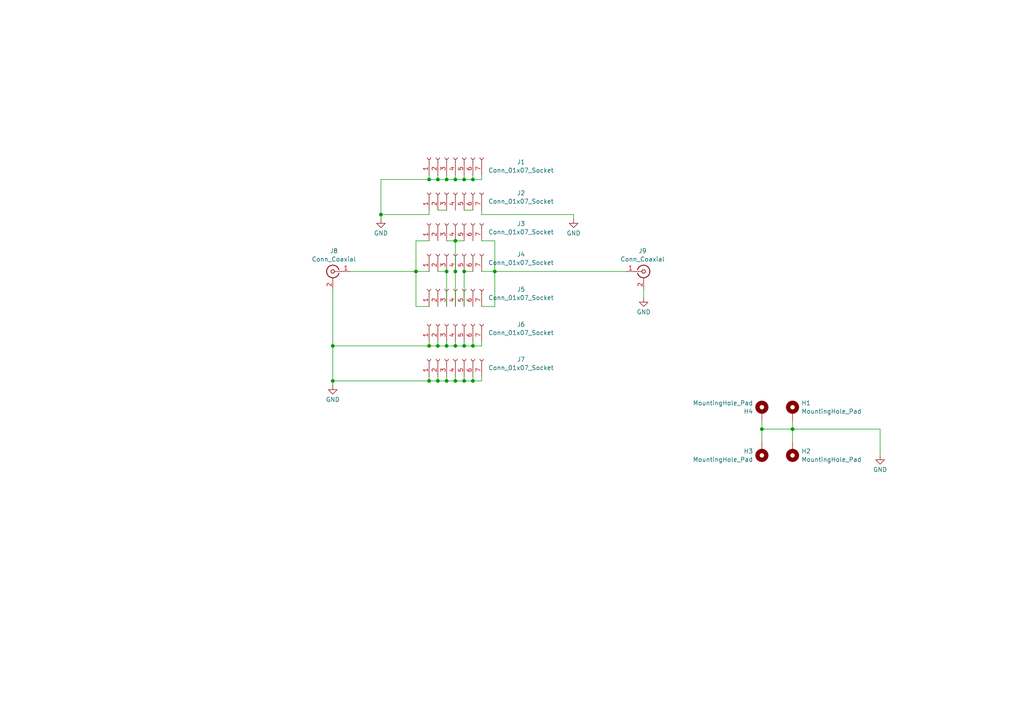
<source format=kicad_sch>
(kicad_sch (version 20230121) (generator eeschema)
  (paper "A4")
  (title_block (title "Testboard SDR-Kits") (date "2023-12-10") (rev "1") (company "DH1TW"))
  (lib_symbols
    (symbol "Connector:Conn_01x07_Socket" (pin_names (offset 1.016) hide)
      (property "Reference" "J" (at 0 10.16 0))
      (property "Value" "Conn_01x07_Socket" (at 0 -10.16 0))
      (symbol "Conn_01x07_Socket_1_1"
        (arc (start 0 -7.112) (mid -0.5058 -7.62) (end 0 -8.128) (stroke (width 0.1524)))
        (arc (start 0 -4.572) (mid -0.5058 -5.08) (end 0 -5.588) (stroke (width 0.1524)))
        (arc (start 0 -2.032) (mid -0.5058 -2.54) (end 0 -3.048) (stroke (width 0.1524)))
        (polyline (pts (xy -1.27 -7.62) (xy -0.508 -7.62)) (stroke (width 0.1524)))
        (polyline (pts (xy -1.27 -5.08) (xy -0.508 -5.08)) (stroke (width 0.1524)))
        (polyline (pts (xy -1.27 -2.54) (xy -0.508 -2.54)) (stroke (width 0.1524)))
        (polyline (pts (xy -1.27 0) (xy -0.508 0)) (stroke (width 0.1524)))
        (polyline (pts (xy -1.27 2.54) (xy -0.508 2.54)) (stroke (width 0.1524)))
        (polyline (pts (xy -1.27 5.08) (xy -0.508 5.08)) (stroke (width 0.1524)))
        (polyline (pts (xy -1.27 7.62) (xy -0.508 7.62)) (stroke (width 0.1524)))
        (arc (start 0 0.508) (mid -0.5058 0) (end 0 -0.508) (stroke (width 0.1524)))
        (arc (start 0 3.048) (mid -0.5058 2.54) (end 0 2.032) (stroke (width 0.1524)))
        (arc (start 0 5.588) (mid -0.5058 5.08) (end 0 4.572) (stroke (width 0.1524)))
        (arc (start 0 8.128) (mid -0.5058 7.62) (end 0 7.112) (stroke (width 0.1524)))
        (pin passive line (at -5.08 7.62 0) (length 3.81) (name "Pin_1") (number "1"))
        (pin passive line (at -5.08 5.08 0) (length 3.81) (name "Pin_2") (number "2"))
        (pin passive line (at -5.08 2.54 0) (length 3.81) (name "Pin_3") (number "3"))
        (pin passive line (at -5.08 0 0) (length 3.81) (name "Pin_4") (number "4"))
        (pin passive line (at -5.08 -2.54 0) (length 3.81) (name "Pin_5") (number "5"))
        (pin passive line (at -5.08 -5.08 0) (length 3.81) (name "Pin_6") (number "6"))
        (pin passive line (at -5.08 -7.62 0) (length 3.81) (name "Pin_7") (number "7"))
      )
    )
    (symbol "Connector:Conn_Coaxial" (pin_names (offset 1.016) hide)
      (property "Reference" "J" (at 0.254 3.048 0))
      (property "Value" "Conn_Coaxial" (at 2.921 0 90))
      (symbol "Conn_Coaxial_0_1"
        (arc (start -1.778 -0.508) (mid 0.2311 -1.8066) (end 1.778 0) (stroke (width 0.254)))
        (polyline (pts (xy -2.54 0) (xy -0.508 0)))
        (polyline (pts (xy 0 -2.54) (xy 0 -1.778)))
        (circle (center 0 0) (radius 0.508) (stroke (width 0.2032)))
        (arc (start 1.778 0) (mid 0.2099 1.8101) (end -1.778 0.508) (stroke (width 0.254)))
      )
      (symbol "Conn_Coaxial_1_1"
        (pin passive line (at -5.08 0 0) (length 2.54) (name "In") (number "1"))
        (pin passive line (at 0 -5.08 90) (length 2.54) (name "Ext") (number "2"))
      )
    )
    (symbol "Mechanical:MountingHole_Pad" (pin_numbers hide) (pin_names (offset 1.016) hide)
      (property "Reference" "H" (at 0 6.35 0))
      (property "Value" "MountingHole_Pad" (at 0 4.445 0))
      (symbol "MountingHole_Pad_0_1"
        (circle (center 0 1.27) (radius 1.27) (stroke (width 1.27)))
      )
      (symbol "MountingHole_Pad_1_1"
        (pin input line (at 0 -2.54 90) (length 2.54) (name "1") (number "1"))
      )
    )
    (symbol "power:GND" (power) (pin_names (offset 0))
      (property "Value" "GND" (at 0 -3.81 0))
      (symbol "GND_0_1"
        (polyline (pts (xy 0 0) (xy 0 -1.27) (xy 1.27 -1.27) (xy 0 -2.54) (xy -1.27 -1.27) (xy 0 -1.27)))
      )
      (symbol "GND_1_1"
        (pin power_in line (at 0 0 270) (length 0) hide (name "GND") (number "1"))
      )
    )
  )
  (junction (at 134.62 52.07))
  (junction (at 127 52.07))
  (junction (at 129.54 78.74))
  (junction (at 127 100.33))
  (junction (at 132.08 69.85))
  (junction (at 110.49 62.23))
  (junction (at 129.54 52.07))
  (junction (at 137.16 100.33))
  (junction (at 229.87 124.46))
  (junction (at 124.46 110.49))
  (junction (at 132.08 78.74))
  (junction (at 132.08 110.49))
  (junction (at 134.62 100.33))
  (junction (at 96.52 110.49))
  (junction (at 137.16 52.07))
  (junction (at 134.62 78.74))
  (junction (at 132.08 52.07))
  (junction (at 124.46 100.33))
  (junction (at 132.08 100.33))
  (junction (at 120.65 78.74))
  (junction (at 220.98 124.46))
  (junction (at 137.16 110.49))
  (junction (at 129.54 100.33))
  (junction (at 124.46 52.07))
  (junction (at 96.52 100.33))
  (junction (at 129.54 110.49))
  (junction (at 143.51 78.74))
  (junction (at 127 110.49))
  (junction (at 134.62 110.49))
  (wire (pts (xy 143.51 78.74) (xy 181.61 78.74)))
  (wire (pts (xy 139.7 52.07) (xy 137.16 52.07)))
  (wire (pts (xy 124.46 99.06) (xy 124.46 100.33)))
  (wire (pts (xy 137.16 109.22) (xy 137.16 110.49)))
  (wire (pts (xy 220.98 124.46) (xy 220.98 128.27)))
  (wire (pts (xy 143.51 88.9) (xy 139.7 88.9)))
  (wire (pts (xy 139.7 62.23) (xy 166.37 62.23)))
  (wire (pts (xy 132.08 78.74) (xy 132.08 88.9)))
  (wire (pts (xy 166.37 62.23) (xy 166.37 63.5)))
  (wire (pts (xy 127 52.07) (xy 124.46 52.07)))
  (wire (pts (xy 139.7 50.8) (xy 139.7 52.07)))
  (wire (pts (xy 124.46 60.96) (xy 124.46 62.23)))
  (wire (pts (xy 110.49 62.23) (xy 110.49 63.5)))
  (wire (pts (xy 139.7 78.74) (xy 143.51 78.74)))
  (wire (pts (xy 220.98 121.92) (xy 220.98 124.46)))
  (wire (pts (xy 137.16 52.07) (xy 134.62 52.07)))
  (wire (pts (xy 124.46 109.22) (xy 124.46 110.49)))
  (wire (pts (xy 132.08 99.06) (xy 132.08 100.33)))
  (wire (pts (xy 127 60.96) (xy 129.54 60.96)))
  (wire (pts (xy 124.46 100.33) (xy 96.52 100.33)))
  (wire (pts (xy 129.54 99.06) (xy 129.54 100.33)))
  (wire (pts (xy 124.46 69.85) (xy 120.65 69.85)))
  (wire (pts (xy 129.54 50.8) (xy 129.54 52.07)))
  (wire (pts (xy 120.65 69.85) (xy 120.65 78.74)))
  (wire (pts (xy 96.52 100.33) (xy 96.52 110.49)))
  (wire (pts (xy 129.54 69.85) (xy 132.08 69.85)))
  (wire (pts (xy 139.7 100.33) (xy 137.16 100.33)))
  (wire (pts (xy 137.16 100.33) (xy 134.62 100.33)))
  (wire (pts (xy 110.49 52.07) (xy 110.49 62.23)))
  (wire (pts (xy 110.49 62.23) (xy 124.46 62.23)))
  (wire (pts (xy 229.87 124.46) (xy 229.87 128.27)))
  (wire (pts (xy 129.54 109.22) (xy 129.54 110.49)))
  (wire (pts (xy 134.62 60.96) (xy 137.16 60.96)))
  (wire (pts (xy 120.65 88.9) (xy 124.46 88.9)))
  (wire (pts (xy 134.62 50.8) (xy 134.62 52.07)))
  (wire (pts (xy 132.08 69.85) (xy 132.08 78.74)))
  (wire (pts (xy 124.46 50.8) (xy 124.46 52.07)))
  (wire (pts (xy 132.08 100.33) (xy 129.54 100.33)))
  (wire (pts (xy 134.62 99.06) (xy 134.62 100.33)))
  (wire (pts (xy 134.62 78.74) (xy 137.16 78.74)))
  (wire (pts (xy 120.65 78.74) (xy 124.46 78.74)))
  (wire (pts (xy 139.7 109.22) (xy 139.7 110.49)))
  (wire (pts (xy 127 50.8) (xy 127 52.07)))
  (wire (pts (xy 143.51 78.74) (xy 143.51 88.9)))
  (wire (pts (xy 129.54 78.74) (xy 129.54 88.9)))
  (wire (pts (xy 137.16 50.8) (xy 137.16 52.07)))
  (wire (pts (xy 132.08 52.07) (xy 129.54 52.07)))
  (wire (pts (xy 139.7 69.85) (xy 143.51 69.85)))
  (wire (pts (xy 137.16 99.06) (xy 137.16 100.33)))
  (wire (pts (xy 132.08 50.8) (xy 132.08 52.07)))
  (wire (pts (xy 132.08 109.22) (xy 132.08 110.49)))
  (wire (pts (xy 229.87 121.92) (xy 229.87 124.46)))
  (wire (pts (xy 127 100.33) (xy 124.46 100.33)))
  (wire (pts (xy 129.54 110.49) (xy 127 110.49)))
  (wire (pts (xy 134.62 109.22) (xy 134.62 110.49)))
  (wire (pts (xy 134.62 78.74) (xy 134.62 88.9)))
  (wire (pts (xy 96.52 83.82) (xy 96.52 100.33)))
  (wire (pts (xy 129.54 100.33) (xy 127 100.33)))
  (wire (pts (xy 255.27 124.46) (xy 229.87 124.46)))
  (wire (pts (xy 134.62 52.07) (xy 132.08 52.07)))
  (wire (pts (xy 139.7 99.06) (xy 139.7 100.33)))
  (wire (pts (xy 255.27 132.08) (xy 255.27 124.46)))
  (wire (pts (xy 96.52 110.49) (xy 96.52 111.76)))
  (wire (pts (xy 186.69 83.82) (xy 186.69 86.36)))
  (wire (pts (xy 124.46 52.07) (xy 110.49 52.07)))
  (wire (pts (xy 137.16 110.49) (xy 134.62 110.49)))
  (wire (pts (xy 132.08 110.49) (xy 129.54 110.49)))
  (wire (pts (xy 229.87 124.46) (xy 220.98 124.46)))
  (wire (pts (xy 134.62 100.33) (xy 132.08 100.33)))
  (wire (pts (xy 101.6 78.74) (xy 120.65 78.74)))
  (wire (pts (xy 129.54 52.07) (xy 127 52.07)))
  (wire (pts (xy 139.7 60.96) (xy 139.7 62.23)))
  (wire (pts (xy 124.46 110.49) (xy 96.52 110.49)))
  (wire (pts (xy 134.62 110.49) (xy 132.08 110.49)))
  (wire (pts (xy 132.08 69.85) (xy 134.62 69.85)))
  (wire (pts (xy 127 110.49) (xy 124.46 110.49)))
  (wire (pts (xy 120.65 78.74) (xy 120.65 88.9)))
  (wire (pts (xy 127 78.74) (xy 129.54 78.74)))
  (wire (pts (xy 139.7 110.49) (xy 137.16 110.49)))
  (wire (pts (xy 143.51 69.85) (xy 143.51 78.74)))
  (wire (pts (xy 127 99.06) (xy 127 100.33)))
  (wire (pts (xy 127 109.22) (xy 127 110.49)))
  (symbol (lib_id "power:GND") (at 186.69 86.36 0) (unit 1)
    (property "Reference" "#PWR04" (effects hide))
    (property "Value" "GND" (at 186.69 90.4931 0))
  )
  (symbol (lib_id "Mechanical:MountingHole_Pad") (at 229.87 119.38 0) (unit 1)
    (property "Reference" "H1" (at 232.41 116.8979 0) (effects (justify left)))
    (property "Value" "MountingHole_Pad" (at 232.41 119.3221 0) (effects (justify left)))
    (property "Footprint" "MountingHole:MountingHole_3.2mm_M3_DIN965_Pad" (effects hide))
  )
  (symbol (lib_id "Mechanical:MountingHole_Pad") (at 229.87 130.81 180) (unit 1)
    (property "Reference" "H2" (at 232.41 130.8679 0) (effects (justify right)))
    (property "Value" "MountingHole_Pad" (at 232.41 133.2921 0) (effects (justify right)))
    (property "Footprint" "MountingHole:MountingHole_3.2mm_M3_DIN965_Pad" (effects hide))
  )
  (symbol (lib_id "Mechanical:MountingHole_Pad") (at 220.98 119.38 0) (unit 1)
    (property "Reference" "H4" (at 218.44 119.3221 0) (effects (justify right)))
    (property "Value" "MountingHole_Pad" (at 218.44 116.8979 0) (effects (justify right)))
    (property "Footprint" "MountingHole:MountingHole_3.2mm_M3_DIN965_Pad" (effects hide))
  )
  (symbol (lib_id "Connector:Conn_01x07_Socket") (at 132.08 104.14 90) (unit 1)
    (property "Reference" "J7" (at 151.13 104.2558 90))
    (property "Value" "Conn_01x07_Socket" (at 151.13 106.68 90))
    (property "Footprint" "Pin Header:PinSocket_1x07_P2.54mm_Vertical_SDR-Kits" (effects hide))
  )
  (symbol (lib_id "Connector:Conn_01x07_Socket") (at 132.08 73.66 90) (unit 1)
    (property "Reference" "J4" (at 151.13 73.7758 90))
    (property "Value" "Conn_01x07_Socket" (at 151.13 76.2 90))
    (property "Footprint" "Pin Header:PinSocket_1x07_P2.54mm_Vertical_SDR-Kits" (effects hide))
  )
  (symbol (lib_id "power:GND") (at 255.27 132.08 0) (unit 1)
    (property "Reference" "#PWR05" (effects hide))
    (property "Value" "GND" (at 255.27 136.2131 0))
  )
  (symbol (lib_id "Connector:Conn_01x07_Socket") (at 132.08 83.82 90) (unit 1)
    (property "Reference" "J5" (at 151.13 83.9358 90))
    (property "Value" "Conn_01x07_Socket" (at 151.13 86.36 90))
    (property "Footprint" "Pin Header:PinSocket_1x07_P2.54mm_Vertical_SDR-Kits" (effects hide))
  )
  (symbol (lib_id "Connector:Conn_Coaxial") (at 186.69 78.74 0) (unit 1)
    (property "Reference" "J9" (at 186.3726 72.7691 0))
    (property "Value" "Conn_Coaxial" (at 186.3726 75.1933 0))
    (property "Footprint" "Connector_Coaxial:SMA_Aliexpress_EdgeMount" (effects hide))
    (property "Datasheet" " ~" (effects hide))
  )
  (symbol (lib_id "Mechanical:MountingHole_Pad") (at 220.98 130.81 0) (mirror x) (unit 1)
    (property "Reference" "H3" (at 218.44 130.8679 0) (effects (justify right)))
    (property "Value" "MountingHole_Pad" (at 218.44 133.2921 0) (effects (justify right)))
    (property "Footprint" "MountingHole:MountingHole_3.2mm_M3_DIN965_Pad" (effects hide))
  )
  (symbol (lib_id "Connector:Conn_01x07_Socket") (at 132.08 45.72 90) (unit 1)
    (property "Reference" "J1" (at 151.13 46.99 90))
    (property "Value" "Conn_01x07_Socket" (at 151.13 49.4142 90))
    (property "Footprint" "Pin Header:PinSocket_1x07_P2.54mm_Vertical_SDR-Kits" (effects hide))
  )
  (symbol (lib_id "Connector:Conn_01x07_Socket") (at 132.08 93.98 90) (unit 1)
    (property "Reference" "J6" (at 151.13 94.0958 90))
    (property "Value" "Conn_01x07_Socket" (at 151.13 96.52 90))
    (property "Footprint" "Pin Header:PinSocket_1x07_P2.54mm_Vertical_SDR-Kits" (effects hide))
  )
  (symbol (lib_id "Connector:Conn_01x07_Socket") (at 132.08 64.77 90) (unit 1)
    (property "Reference" "J3" (at 151.13 64.8858 90))
    (property "Value" "Conn_01x07_Socket" (at 151.13 67.31 90))
    (property "Footprint" "Pin Header:PinSocket_1x07_P2.54mm_Vertical_SDR-Kits" (effects hide))
  )
  (symbol (lib_id "power:GND") (at 110.49 63.5 0) (unit 1)
    (property "Reference" "#PWR01" (effects hide))
    (property "Value" "GND" (at 110.49 67.6331 0))
  )
  (symbol (lib_id "power:GND") (at 96.52 111.76 0) (unit 1)
    (property "Reference" "#PWR02" (effects hide))
    (property "Value" "GND" (at 96.52 115.8931 0))
  )
  (symbol (lib_id "power:GND") (at 166.37 63.5 0) (unit 1)
    (property "Reference" "#PWR03" (effects hide))
    (property "Value" "GND" (at 166.37 67.6331 0))
  )
  (symbol (lib_id "Connector:Conn_01x07_Socket") (at 132.08 55.88 90) (unit 1)
    (property "Reference" "J2" (at 151.13 55.9958 90))
    (property "Value" "Conn_01x07_Socket" (at 151.13 58.42 90))
    (property "Footprint" "Pin Header:PinSocket_1x07_P2.54mm_Vertical_SDR-Kits" (effects hide))
  )
  (symbol (lib_id "Connector:Conn_Coaxial") (at 96.52 78.74 0) (mirror y) (unit 1)
    (property "Reference" "J8" (at 96.8374 72.7691 0))
    (property "Value" "Conn_Coaxial" (at 96.8374 75.1933 0))
    (property "Footprint" "Connector_Coaxial:SMA_Aliexpress_EdgeMount" (effects hide))
    (property "Datasheet" " ~" (effects hide))
  )
)
</source>
